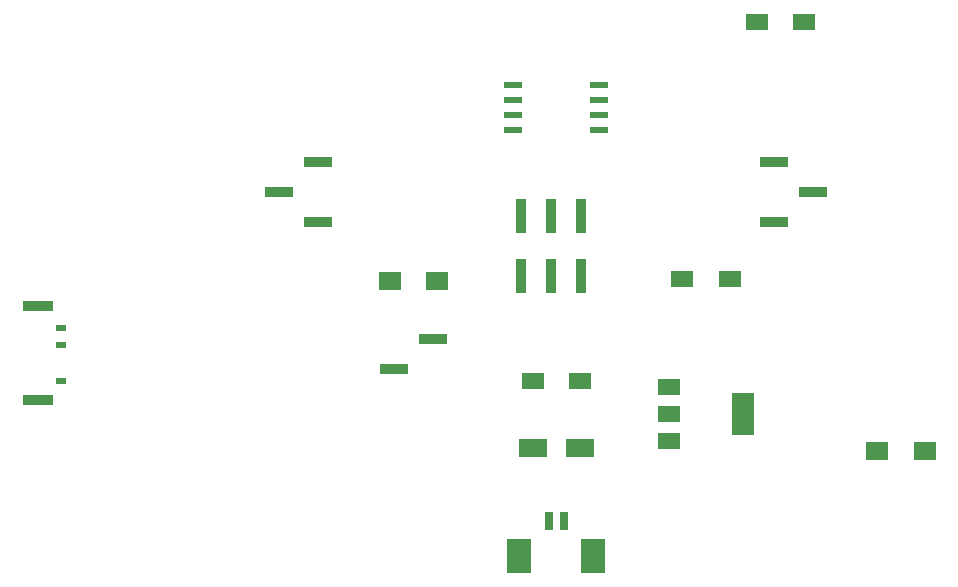
<source format=gbr>
G04 #@! TF.GenerationSoftware,KiCad,Pcbnew,6.0.0-rc1-unknown-7b10490~66~ubuntu16.04.1*
G04 #@! TF.CreationDate,2018-10-31T12:07:25-07:00*
G04 #@! TF.ProjectId,HG_002,48475f30-3032-42e6-9b69-6361645f7063,rev?*
G04 #@! TF.SameCoordinates,Original*
G04 #@! TF.FileFunction,Paste,Bot*
G04 #@! TF.FilePolarity,Positive*
%FSLAX46Y46*%
G04 Gerber Fmt 4.6, Leading zero omitted, Abs format (unit mm)*
G04 Created by KiCad (PCBNEW 6.0.0-rc1-unknown-7b10490~66~ubuntu16.04.1) date Wed 31 Oct 2018 12:07:25 PM MST*
%MOMM*%
%LPD*%
G01*
G04 APERTURE LIST*
%ADD10R,2.346960X1.648460*%
%ADD11R,1.847600X1.447600*%
%ADD12R,2.357600X0.847600*%
%ADD13R,0.847600X2.997600*%
%ADD14R,0.647600X1.547600*%
%ADD15R,2.047600X2.947600*%
%ADD16R,1.847600X1.547600*%
%ADD17R,1.547600X0.497600*%
%ADD18R,1.847600X3.647600*%
%ADD19R,1.847600X1.347600*%
%ADD20R,2.647600X0.847600*%
%ADD21R,0.847600X0.547600*%
G04 APERTURE END LIST*
D10*
G04 #@! TO.C,D2*
X151249380Y-105791000D03*
X147251420Y-105791000D03*
G04 #@! TD*
D11*
G04 #@! TO.C,C1*
X170249600Y-69672200D03*
X166249600Y-69672200D03*
G04 #@! TD*
G04 #@! TO.C,C2*
X151250400Y-100076000D03*
X147250400Y-100076000D03*
G04 #@! TD*
G04 #@! TO.C,C3*
X163925000Y-91440000D03*
X159925000Y-91440000D03*
G04 #@! TD*
D12*
G04 #@! TO.C,J1*
X167712200Y-86588600D03*
X167712200Y-81508600D03*
X171022200Y-84048600D03*
G04 #@! TD*
G04 #@! TO.C,J2*
X125802200Y-84048600D03*
X129112200Y-86588600D03*
X129112200Y-81508600D03*
G04 #@! TD*
D13*
G04 #@! TO.C,J3*
X146253200Y-86121000D03*
X146253200Y-91171000D03*
X148793200Y-86121000D03*
X148793200Y-91171000D03*
X151333200Y-86121000D03*
X151333200Y-91171000D03*
G04 #@! TD*
D12*
G04 #@! TO.C,J4*
X138789600Y-96520000D03*
X135479600Y-99060000D03*
G04 #@! TD*
D14*
G04 #@! TO.C,J5*
X149875400Y-111961000D03*
X148625400Y-111961000D03*
D15*
X152375400Y-114861000D03*
X146125400Y-114861000D03*
G04 #@! TD*
D16*
G04 #@! TO.C,R1*
X176435000Y-106045000D03*
X180435000Y-106045000D03*
G04 #@! TD*
G04 #@! TO.C,R2*
X135160000Y-91617800D03*
X139160000Y-91617800D03*
G04 #@! TD*
D17*
G04 #@! TO.C,U1*
X145600400Y-75057000D03*
X145600400Y-76327000D03*
X145600400Y-77597000D03*
X145600400Y-78867000D03*
X152900400Y-78867000D03*
X152900400Y-77597000D03*
X152900400Y-76327000D03*
X152900400Y-75057000D03*
G04 #@! TD*
D18*
G04 #@! TO.C,U2*
X165075000Y-102870000D03*
D19*
X158775000Y-102870000D03*
X158775000Y-100570000D03*
X158775000Y-105170000D03*
G04 #@! TD*
D20*
G04 #@! TO.C,S2*
X105414600Y-101649200D03*
D21*
X107314600Y-100049200D03*
X107314600Y-95549200D03*
X107314600Y-97049200D03*
D20*
X105414600Y-93699200D03*
G04 #@! TD*
M02*

</source>
